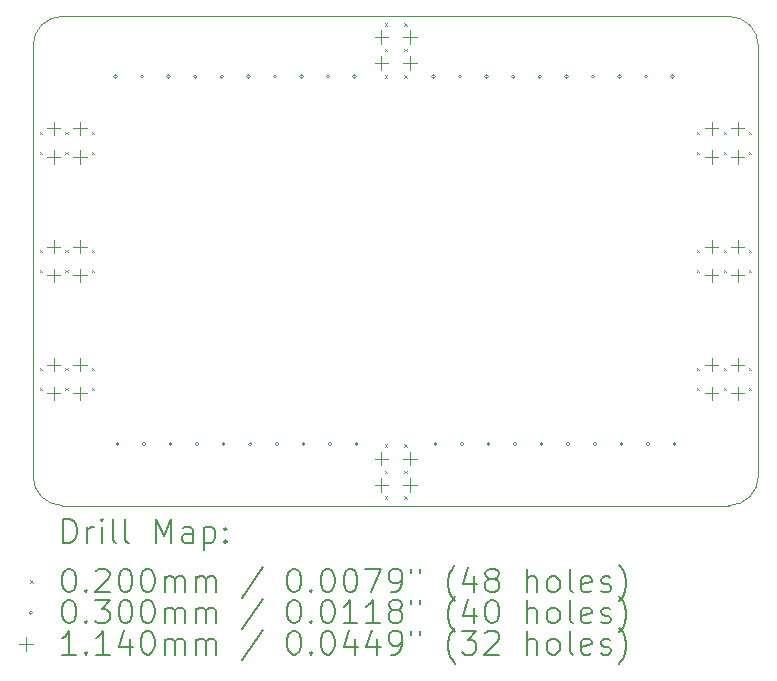
<source format=gbr>
%TF.GenerationSoftware,KiCad,Pcbnew,9.0.0-rc1*%
%TF.CreationDate,2025-01-29T12:40:25+01:00*%
%TF.ProjectId,Cinclidae,43696e63-6c69-4646-9165-2e6b69636164,rev?*%
%TF.SameCoordinates,PX8eb7a50PY5ee3fe0*%
%TF.FileFunction,Drillmap*%
%TF.FilePolarity,Positive*%
%FSLAX45Y45*%
G04 Gerber Fmt 4.5, Leading zero omitted, Abs format (unit mm)*
G04 Created by KiCad (PCBNEW 9.0.0-rc1) date 2025-01-29 12:40:25*
%MOMM*%
%LPD*%
G01*
G04 APERTURE LIST*
%ADD10C,0.050000*%
%ADD11C,0.200000*%
%ADD12C,0.100000*%
%ADD13C,0.114000*%
G04 APERTURE END LIST*
D10*
X3071000Y-1821000D02*
G75*
G02*
X2821000Y-2071000I-250000J0D01*
G01*
X-3071000Y1821000D02*
G75*
G02*
X-2821000Y2071000I250000J0D01*
G01*
X3071000Y-1821000D02*
X3071000Y1821000D01*
X2821000Y2071000D02*
G75*
G02*
X3071000Y1821000I0J-250000D01*
G01*
X2821000Y2071000D02*
X-2821000Y2071000D01*
X-2821000Y-2071000D02*
G75*
G02*
X-3071000Y-1821000I0J250000D01*
G01*
X-3071000Y1821000D02*
X-3071000Y-1821000D01*
X-2821000Y-2071000D02*
X2821000Y-2071000D01*
D11*
D12*
X-3011920Y1093820D02*
X-2991920Y1073820D01*
X-2991920Y1093820D02*
X-3011920Y1073820D01*
X-3011920Y926180D02*
X-2991920Y906180D01*
X-2991920Y926180D02*
X-3011920Y906180D01*
X-3011920Y93820D02*
X-2991920Y73820D01*
X-2991920Y93820D02*
X-3011920Y73820D01*
X-3011920Y-73820D02*
X-2991920Y-93820D01*
X-2991920Y-73820D02*
X-3011920Y-93820D01*
X-3011920Y-906180D02*
X-2991920Y-926180D01*
X-2991920Y-906180D02*
X-3011920Y-926180D01*
X-3011920Y-1073820D02*
X-2991920Y-1093820D01*
X-2991920Y-1073820D02*
X-3011920Y-1093820D01*
X-2796020Y1093820D02*
X-2776020Y1073820D01*
X-2776020Y1093820D02*
X-2796020Y1073820D01*
X-2796020Y926180D02*
X-2776020Y906180D01*
X-2776020Y926180D02*
X-2796020Y906180D01*
X-2796020Y93820D02*
X-2776020Y73820D01*
X-2776020Y93820D02*
X-2796020Y73820D01*
X-2796020Y-73820D02*
X-2776020Y-93820D01*
X-2776020Y-73820D02*
X-2796020Y-93820D01*
X-2796020Y-906180D02*
X-2776020Y-926180D01*
X-2776020Y-906180D02*
X-2796020Y-926180D01*
X-2796020Y-1073820D02*
X-2776020Y-1093820D01*
X-2776020Y-1073820D02*
X-2796020Y-1093820D01*
X-2572500Y1093820D02*
X-2552500Y1073820D01*
X-2552500Y1093820D02*
X-2572500Y1073820D01*
X-2572500Y926180D02*
X-2552500Y906180D01*
X-2552500Y926180D02*
X-2572500Y906180D01*
X-2572500Y93820D02*
X-2552500Y73820D01*
X-2552500Y93820D02*
X-2572500Y73820D01*
X-2572500Y-73820D02*
X-2552500Y-93820D01*
X-2552500Y-73820D02*
X-2572500Y-93820D01*
X-2572500Y-906180D02*
X-2552500Y-926180D01*
X-2552500Y-906180D02*
X-2572500Y-926180D01*
X-2572500Y-1073820D02*
X-2552500Y-1093820D01*
X-2552500Y-1073820D02*
X-2572500Y-1093820D01*
X-93820Y2011920D02*
X-73820Y1991920D01*
X-73820Y2011920D02*
X-93820Y1991920D01*
X-93820Y1796020D02*
X-73820Y1776020D01*
X-73820Y1796020D02*
X-93820Y1776020D01*
X-93820Y1572500D02*
X-73820Y1552500D01*
X-73820Y1572500D02*
X-93820Y1552500D01*
X-93820Y-1552500D02*
X-73820Y-1572500D01*
X-73820Y-1552500D02*
X-93820Y-1572500D01*
X-93820Y-1776020D02*
X-73820Y-1796020D01*
X-73820Y-1776020D02*
X-93820Y-1796020D01*
X-93820Y-1991920D02*
X-73820Y-2011920D01*
X-73820Y-1991920D02*
X-93820Y-2011920D01*
X73820Y2011920D02*
X93820Y1991920D01*
X93820Y2011920D02*
X73820Y1991920D01*
X73820Y1796020D02*
X93820Y1776020D01*
X93820Y1796020D02*
X73820Y1776020D01*
X73820Y1572500D02*
X93820Y1552500D01*
X93820Y1572500D02*
X73820Y1552500D01*
X73820Y-1552500D02*
X93820Y-1572500D01*
X93820Y-1552500D02*
X73820Y-1572500D01*
X73820Y-1776020D02*
X93820Y-1796020D01*
X93820Y-1776020D02*
X73820Y-1796020D01*
X73820Y-1991920D02*
X93820Y-2011920D01*
X93820Y-1991920D02*
X73820Y-2011920D01*
X2552500Y1093820D02*
X2572500Y1073820D01*
X2572500Y1093820D02*
X2552500Y1073820D01*
X2552500Y926180D02*
X2572500Y906180D01*
X2572500Y926180D02*
X2552500Y906180D01*
X2552500Y93820D02*
X2572500Y73820D01*
X2572500Y93820D02*
X2552500Y73820D01*
X2552500Y-73820D02*
X2572500Y-93820D01*
X2572500Y-73820D02*
X2552500Y-93820D01*
X2552500Y-906180D02*
X2572500Y-926180D01*
X2572500Y-906180D02*
X2552500Y-926180D01*
X2552500Y-1073820D02*
X2572500Y-1093820D01*
X2572500Y-1073820D02*
X2552500Y-1093820D01*
X2776020Y1093820D02*
X2796020Y1073820D01*
X2796020Y1093820D02*
X2776020Y1073820D01*
X2776020Y926180D02*
X2796020Y906180D01*
X2796020Y926180D02*
X2776020Y906180D01*
X2776020Y93820D02*
X2796020Y73820D01*
X2796020Y93820D02*
X2776020Y73820D01*
X2776020Y-73820D02*
X2796020Y-93820D01*
X2796020Y-73820D02*
X2776020Y-93820D01*
X2776020Y-906180D02*
X2796020Y-926180D01*
X2796020Y-906180D02*
X2776020Y-926180D01*
X2776020Y-1073820D02*
X2796020Y-1093820D01*
X2796020Y-1073820D02*
X2776020Y-1093820D01*
X2991920Y1093820D02*
X3011920Y1073820D01*
X3011920Y1093820D02*
X2991920Y1073820D01*
X2991920Y926180D02*
X3011920Y906180D01*
X3011920Y926180D02*
X2991920Y906180D01*
X2991920Y93820D02*
X3011920Y73820D01*
X3011920Y93820D02*
X2991920Y73820D01*
X2991920Y-73820D02*
X3011920Y-93820D01*
X3011920Y-73820D02*
X2991920Y-93820D01*
X2991920Y-906180D02*
X3011920Y-926180D01*
X3011920Y-906180D02*
X2991920Y-926180D01*
X2991920Y-1073820D02*
X3011920Y-1093820D01*
X3011920Y-1073820D02*
X2991920Y-1093820D01*
X-2357000Y1561000D02*
G75*
G02*
X-2387000Y1561000I-15000J0D01*
G01*
X-2387000Y1561000D02*
G75*
G02*
X-2357000Y1561000I15000J0D01*
G01*
X-2341000Y-1550000D02*
G75*
G02*
X-2371000Y-1550000I-15000J0D01*
G01*
X-2371000Y-1550000D02*
G75*
G02*
X-2341000Y-1550000I15000J0D01*
G01*
X-2132000Y1561000D02*
G75*
G02*
X-2162000Y1561000I-15000J0D01*
G01*
X-2162000Y1561000D02*
G75*
G02*
X-2132000Y1561000I15000J0D01*
G01*
X-2116000Y-1550000D02*
G75*
G02*
X-2146000Y-1550000I-15000J0D01*
G01*
X-2146000Y-1550000D02*
G75*
G02*
X-2116000Y-1550000I15000J0D01*
G01*
X-1907000Y1561000D02*
G75*
G02*
X-1937000Y1561000I-15000J0D01*
G01*
X-1937000Y1561000D02*
G75*
G02*
X-1907000Y1561000I15000J0D01*
G01*
X-1891000Y-1550000D02*
G75*
G02*
X-1921000Y-1550000I-15000J0D01*
G01*
X-1921000Y-1550000D02*
G75*
G02*
X-1891000Y-1550000I15000J0D01*
G01*
X-1682000Y1561000D02*
G75*
G02*
X-1712000Y1561000I-15000J0D01*
G01*
X-1712000Y1561000D02*
G75*
G02*
X-1682000Y1561000I15000J0D01*
G01*
X-1666000Y-1550000D02*
G75*
G02*
X-1696000Y-1550000I-15000J0D01*
G01*
X-1696000Y-1550000D02*
G75*
G02*
X-1666000Y-1550000I15000J0D01*
G01*
X-1457000Y1561000D02*
G75*
G02*
X-1487000Y1561000I-15000J0D01*
G01*
X-1487000Y1561000D02*
G75*
G02*
X-1457000Y1561000I15000J0D01*
G01*
X-1441000Y-1550000D02*
G75*
G02*
X-1471000Y-1550000I-15000J0D01*
G01*
X-1471000Y-1550000D02*
G75*
G02*
X-1441000Y-1550000I15000J0D01*
G01*
X-1232000Y1561000D02*
G75*
G02*
X-1262000Y1561000I-15000J0D01*
G01*
X-1262000Y1561000D02*
G75*
G02*
X-1232000Y1561000I15000J0D01*
G01*
X-1216000Y-1550000D02*
G75*
G02*
X-1246000Y-1550000I-15000J0D01*
G01*
X-1246000Y-1550000D02*
G75*
G02*
X-1216000Y-1550000I15000J0D01*
G01*
X-1007000Y1561000D02*
G75*
G02*
X-1037000Y1561000I-15000J0D01*
G01*
X-1037000Y1561000D02*
G75*
G02*
X-1007000Y1561000I15000J0D01*
G01*
X-991000Y-1550000D02*
G75*
G02*
X-1021000Y-1550000I-15000J0D01*
G01*
X-1021000Y-1550000D02*
G75*
G02*
X-991000Y-1550000I15000J0D01*
G01*
X-782000Y1561000D02*
G75*
G02*
X-812000Y1561000I-15000J0D01*
G01*
X-812000Y1561000D02*
G75*
G02*
X-782000Y1561000I15000J0D01*
G01*
X-766000Y-1550000D02*
G75*
G02*
X-796000Y-1550000I-15000J0D01*
G01*
X-796000Y-1550000D02*
G75*
G02*
X-766000Y-1550000I15000J0D01*
G01*
X-557000Y1561000D02*
G75*
G02*
X-587000Y1561000I-15000J0D01*
G01*
X-587000Y1561000D02*
G75*
G02*
X-557000Y1561000I15000J0D01*
G01*
X-541000Y-1550000D02*
G75*
G02*
X-571000Y-1550000I-15000J0D01*
G01*
X-571000Y-1550000D02*
G75*
G02*
X-541000Y-1550000I15000J0D01*
G01*
X-332000Y1561000D02*
G75*
G02*
X-362000Y1561000I-15000J0D01*
G01*
X-362000Y1561000D02*
G75*
G02*
X-332000Y1561000I15000J0D01*
G01*
X-316000Y-1550000D02*
G75*
G02*
X-346000Y-1550000I-15000J0D01*
G01*
X-346000Y-1550000D02*
G75*
G02*
X-316000Y-1550000I15000J0D01*
G01*
X335000Y1561000D02*
G75*
G02*
X305000Y1561000I-15000J0D01*
G01*
X305000Y1561000D02*
G75*
G02*
X335000Y1561000I15000J0D01*
G01*
X351000Y-1550000D02*
G75*
G02*
X321000Y-1550000I-15000J0D01*
G01*
X321000Y-1550000D02*
G75*
G02*
X351000Y-1550000I15000J0D01*
G01*
X560000Y1561000D02*
G75*
G02*
X530000Y1561000I-15000J0D01*
G01*
X530000Y1561000D02*
G75*
G02*
X560000Y1561000I15000J0D01*
G01*
X576000Y-1550000D02*
G75*
G02*
X546000Y-1550000I-15000J0D01*
G01*
X546000Y-1550000D02*
G75*
G02*
X576000Y-1550000I15000J0D01*
G01*
X785000Y1561000D02*
G75*
G02*
X755000Y1561000I-15000J0D01*
G01*
X755000Y1561000D02*
G75*
G02*
X785000Y1561000I15000J0D01*
G01*
X801000Y-1550000D02*
G75*
G02*
X771000Y-1550000I-15000J0D01*
G01*
X771000Y-1550000D02*
G75*
G02*
X801000Y-1550000I15000J0D01*
G01*
X1010000Y1561000D02*
G75*
G02*
X980000Y1561000I-15000J0D01*
G01*
X980000Y1561000D02*
G75*
G02*
X1010000Y1561000I15000J0D01*
G01*
X1026000Y-1550000D02*
G75*
G02*
X996000Y-1550000I-15000J0D01*
G01*
X996000Y-1550000D02*
G75*
G02*
X1026000Y-1550000I15000J0D01*
G01*
X1235000Y1561000D02*
G75*
G02*
X1205000Y1561000I-15000J0D01*
G01*
X1205000Y1561000D02*
G75*
G02*
X1235000Y1561000I15000J0D01*
G01*
X1251000Y-1550000D02*
G75*
G02*
X1221000Y-1550000I-15000J0D01*
G01*
X1221000Y-1550000D02*
G75*
G02*
X1251000Y-1550000I15000J0D01*
G01*
X1460000Y1561000D02*
G75*
G02*
X1430000Y1561000I-15000J0D01*
G01*
X1430000Y1561000D02*
G75*
G02*
X1460000Y1561000I15000J0D01*
G01*
X1476000Y-1550000D02*
G75*
G02*
X1446000Y-1550000I-15000J0D01*
G01*
X1446000Y-1550000D02*
G75*
G02*
X1476000Y-1550000I15000J0D01*
G01*
X1685000Y1561000D02*
G75*
G02*
X1655000Y1561000I-15000J0D01*
G01*
X1655000Y1561000D02*
G75*
G02*
X1685000Y1561000I15000J0D01*
G01*
X1701000Y-1550000D02*
G75*
G02*
X1671000Y-1550000I-15000J0D01*
G01*
X1671000Y-1550000D02*
G75*
G02*
X1701000Y-1550000I15000J0D01*
G01*
X1910000Y1561000D02*
G75*
G02*
X1880000Y1561000I-15000J0D01*
G01*
X1880000Y1561000D02*
G75*
G02*
X1910000Y1561000I15000J0D01*
G01*
X1926000Y-1550000D02*
G75*
G02*
X1896000Y-1550000I-15000J0D01*
G01*
X1896000Y-1550000D02*
G75*
G02*
X1926000Y-1550000I15000J0D01*
G01*
X2135000Y1561000D02*
G75*
G02*
X2105000Y1561000I-15000J0D01*
G01*
X2105000Y1561000D02*
G75*
G02*
X2135000Y1561000I15000J0D01*
G01*
X2151000Y-1550000D02*
G75*
G02*
X2121000Y-1550000I-15000J0D01*
G01*
X2121000Y-1550000D02*
G75*
G02*
X2151000Y-1550000I15000J0D01*
G01*
X2360000Y1561000D02*
G75*
G02*
X2330000Y1561000I-15000J0D01*
G01*
X2330000Y1561000D02*
G75*
G02*
X2360000Y1561000I15000J0D01*
G01*
X2376000Y-1550000D02*
G75*
G02*
X2346000Y-1550000I-15000J0D01*
G01*
X2346000Y-1550000D02*
G75*
G02*
X2376000Y-1550000I15000J0D01*
G01*
D13*
X-2895240Y1178920D02*
X-2895240Y1064920D01*
X-2952240Y1121920D02*
X-2838240Y1121920D01*
X-2895240Y935080D02*
X-2895240Y821080D01*
X-2952240Y878080D02*
X-2838240Y878080D01*
X-2895240Y178920D02*
X-2895240Y64920D01*
X-2952240Y121920D02*
X-2838240Y121920D01*
X-2895240Y-64920D02*
X-2895240Y-178920D01*
X-2952240Y-121920D02*
X-2838240Y-121920D01*
X-2895240Y-821080D02*
X-2895240Y-935080D01*
X-2952240Y-878080D02*
X-2838240Y-878080D01*
X-2895240Y-1064920D02*
X-2895240Y-1178920D01*
X-2952240Y-1121920D02*
X-2838240Y-1121920D01*
X-2674260Y1178920D02*
X-2674260Y1064920D01*
X-2731260Y1121920D02*
X-2617260Y1121920D01*
X-2674260Y935080D02*
X-2674260Y821080D01*
X-2731260Y878080D02*
X-2617260Y878080D01*
X-2674260Y178920D02*
X-2674260Y64920D01*
X-2731260Y121920D02*
X-2617260Y121920D01*
X-2674260Y-64920D02*
X-2674260Y-178920D01*
X-2731260Y-121920D02*
X-2617260Y-121920D01*
X-2674260Y-821080D02*
X-2674260Y-935080D01*
X-2731260Y-878080D02*
X-2617260Y-878080D01*
X-2674260Y-1064920D02*
X-2674260Y-1178920D01*
X-2731260Y-1121920D02*
X-2617260Y-1121920D01*
X-121920Y1952240D02*
X-121920Y1838240D01*
X-178920Y1895240D02*
X-64920Y1895240D01*
X-121920Y1731260D02*
X-121920Y1617260D01*
X-178920Y1674260D02*
X-64920Y1674260D01*
X-121920Y-1617260D02*
X-121920Y-1731260D01*
X-178920Y-1674260D02*
X-64920Y-1674260D01*
X-121920Y-1838240D02*
X-121920Y-1952240D01*
X-178920Y-1895240D02*
X-64920Y-1895240D01*
X121920Y1952240D02*
X121920Y1838240D01*
X64920Y1895240D02*
X178920Y1895240D01*
X121920Y1731260D02*
X121920Y1617260D01*
X64920Y1674260D02*
X178920Y1674260D01*
X121920Y-1617260D02*
X121920Y-1731260D01*
X64920Y-1674260D02*
X178920Y-1674260D01*
X121920Y-1838240D02*
X121920Y-1952240D01*
X64920Y-1895240D02*
X178920Y-1895240D01*
X2674260Y1178920D02*
X2674260Y1064920D01*
X2617260Y1121920D02*
X2731260Y1121920D01*
X2674260Y935080D02*
X2674260Y821080D01*
X2617260Y878080D02*
X2731260Y878080D01*
X2674260Y178920D02*
X2674260Y64920D01*
X2617260Y121920D02*
X2731260Y121920D01*
X2674260Y-64920D02*
X2674260Y-178920D01*
X2617260Y-121920D02*
X2731260Y-121920D01*
X2674260Y-821080D02*
X2674260Y-935080D01*
X2617260Y-878080D02*
X2731260Y-878080D01*
X2674260Y-1064920D02*
X2674260Y-1178920D01*
X2617260Y-1121920D02*
X2731260Y-1121920D01*
X2895240Y1178920D02*
X2895240Y1064920D01*
X2838240Y1121920D02*
X2952240Y1121920D01*
X2895240Y935080D02*
X2895240Y821080D01*
X2838240Y878080D02*
X2952240Y878080D01*
X2895240Y178920D02*
X2895240Y64920D01*
X2838240Y121920D02*
X2952240Y121920D01*
X2895240Y-64920D02*
X2895240Y-178920D01*
X2838240Y-121920D02*
X2952240Y-121920D01*
X2895240Y-821080D02*
X2895240Y-935080D01*
X2838240Y-878080D02*
X2952240Y-878080D01*
X2895240Y-1064920D02*
X2895240Y-1178920D01*
X2838240Y-1121920D02*
X2952240Y-1121920D01*
D11*
X-2812723Y-2384984D02*
X-2812723Y-2184984D01*
X-2812723Y-2184984D02*
X-2765104Y-2184984D01*
X-2765104Y-2184984D02*
X-2736533Y-2194508D01*
X-2736533Y-2194508D02*
X-2717485Y-2213555D01*
X-2717485Y-2213555D02*
X-2707961Y-2232603D01*
X-2707961Y-2232603D02*
X-2698438Y-2270698D01*
X-2698438Y-2270698D02*
X-2698438Y-2299270D01*
X-2698438Y-2299270D02*
X-2707961Y-2337365D01*
X-2707961Y-2337365D02*
X-2717485Y-2356412D01*
X-2717485Y-2356412D02*
X-2736533Y-2375460D01*
X-2736533Y-2375460D02*
X-2765104Y-2384984D01*
X-2765104Y-2384984D02*
X-2812723Y-2384984D01*
X-2612723Y-2384984D02*
X-2612723Y-2251650D01*
X-2612723Y-2289746D02*
X-2603199Y-2270698D01*
X-2603199Y-2270698D02*
X-2593676Y-2261174D01*
X-2593676Y-2261174D02*
X-2574628Y-2251650D01*
X-2574628Y-2251650D02*
X-2555580Y-2251650D01*
X-2488914Y-2384984D02*
X-2488914Y-2251650D01*
X-2488914Y-2184984D02*
X-2498438Y-2194508D01*
X-2498438Y-2194508D02*
X-2488914Y-2204031D01*
X-2488914Y-2204031D02*
X-2479390Y-2194508D01*
X-2479390Y-2194508D02*
X-2488914Y-2184984D01*
X-2488914Y-2184984D02*
X-2488914Y-2204031D01*
X-2365104Y-2384984D02*
X-2384152Y-2375460D01*
X-2384152Y-2375460D02*
X-2393676Y-2356412D01*
X-2393676Y-2356412D02*
X-2393676Y-2184984D01*
X-2260342Y-2384984D02*
X-2279390Y-2375460D01*
X-2279390Y-2375460D02*
X-2288914Y-2356412D01*
X-2288914Y-2356412D02*
X-2288914Y-2184984D01*
X-2031771Y-2384984D02*
X-2031771Y-2184984D01*
X-2031771Y-2184984D02*
X-1965104Y-2327841D01*
X-1965104Y-2327841D02*
X-1898437Y-2184984D01*
X-1898437Y-2184984D02*
X-1898437Y-2384984D01*
X-1717485Y-2384984D02*
X-1717485Y-2280222D01*
X-1717485Y-2280222D02*
X-1727009Y-2261174D01*
X-1727009Y-2261174D02*
X-1746056Y-2251650D01*
X-1746056Y-2251650D02*
X-1784152Y-2251650D01*
X-1784152Y-2251650D02*
X-1803199Y-2261174D01*
X-1717485Y-2375460D02*
X-1736533Y-2384984D01*
X-1736533Y-2384984D02*
X-1784152Y-2384984D01*
X-1784152Y-2384984D02*
X-1803199Y-2375460D01*
X-1803199Y-2375460D02*
X-1812723Y-2356412D01*
X-1812723Y-2356412D02*
X-1812723Y-2337365D01*
X-1812723Y-2337365D02*
X-1803199Y-2318317D01*
X-1803199Y-2318317D02*
X-1784152Y-2308793D01*
X-1784152Y-2308793D02*
X-1736533Y-2308793D01*
X-1736533Y-2308793D02*
X-1717485Y-2299270D01*
X-1622247Y-2251650D02*
X-1622247Y-2451650D01*
X-1622247Y-2261174D02*
X-1603199Y-2251650D01*
X-1603199Y-2251650D02*
X-1565104Y-2251650D01*
X-1565104Y-2251650D02*
X-1546056Y-2261174D01*
X-1546056Y-2261174D02*
X-1536533Y-2270698D01*
X-1536533Y-2270698D02*
X-1527009Y-2289746D01*
X-1527009Y-2289746D02*
X-1527009Y-2346889D01*
X-1527009Y-2346889D02*
X-1536533Y-2365936D01*
X-1536533Y-2365936D02*
X-1546056Y-2375460D01*
X-1546056Y-2375460D02*
X-1565104Y-2384984D01*
X-1565104Y-2384984D02*
X-1603199Y-2384984D01*
X-1603199Y-2384984D02*
X-1622247Y-2375460D01*
X-1441295Y-2365936D02*
X-1431771Y-2375460D01*
X-1431771Y-2375460D02*
X-1441295Y-2384984D01*
X-1441295Y-2384984D02*
X-1450818Y-2375460D01*
X-1450818Y-2375460D02*
X-1441295Y-2365936D01*
X-1441295Y-2365936D02*
X-1441295Y-2384984D01*
X-1441295Y-2261174D02*
X-1431771Y-2270698D01*
X-1431771Y-2270698D02*
X-1441295Y-2280222D01*
X-1441295Y-2280222D02*
X-1450818Y-2270698D01*
X-1450818Y-2270698D02*
X-1441295Y-2261174D01*
X-1441295Y-2261174D02*
X-1441295Y-2280222D01*
D12*
X-3093500Y-2703500D02*
X-3073500Y-2723500D01*
X-3073500Y-2703500D02*
X-3093500Y-2723500D01*
D11*
X-2774628Y-2604984D02*
X-2755580Y-2604984D01*
X-2755580Y-2604984D02*
X-2736533Y-2614508D01*
X-2736533Y-2614508D02*
X-2727009Y-2624031D01*
X-2727009Y-2624031D02*
X-2717485Y-2643079D01*
X-2717485Y-2643079D02*
X-2707961Y-2681174D01*
X-2707961Y-2681174D02*
X-2707961Y-2728793D01*
X-2707961Y-2728793D02*
X-2717485Y-2766889D01*
X-2717485Y-2766889D02*
X-2727009Y-2785936D01*
X-2727009Y-2785936D02*
X-2736533Y-2795460D01*
X-2736533Y-2795460D02*
X-2755580Y-2804984D01*
X-2755580Y-2804984D02*
X-2774628Y-2804984D01*
X-2774628Y-2804984D02*
X-2793676Y-2795460D01*
X-2793676Y-2795460D02*
X-2803199Y-2785936D01*
X-2803199Y-2785936D02*
X-2812723Y-2766889D01*
X-2812723Y-2766889D02*
X-2822247Y-2728793D01*
X-2822247Y-2728793D02*
X-2822247Y-2681174D01*
X-2822247Y-2681174D02*
X-2812723Y-2643079D01*
X-2812723Y-2643079D02*
X-2803199Y-2624031D01*
X-2803199Y-2624031D02*
X-2793676Y-2614508D01*
X-2793676Y-2614508D02*
X-2774628Y-2604984D01*
X-2622247Y-2785936D02*
X-2612723Y-2795460D01*
X-2612723Y-2795460D02*
X-2622247Y-2804984D01*
X-2622247Y-2804984D02*
X-2631771Y-2795460D01*
X-2631771Y-2795460D02*
X-2622247Y-2785936D01*
X-2622247Y-2785936D02*
X-2622247Y-2804984D01*
X-2536533Y-2624031D02*
X-2527009Y-2614508D01*
X-2527009Y-2614508D02*
X-2507961Y-2604984D01*
X-2507961Y-2604984D02*
X-2460342Y-2604984D01*
X-2460342Y-2604984D02*
X-2441295Y-2614508D01*
X-2441295Y-2614508D02*
X-2431771Y-2624031D01*
X-2431771Y-2624031D02*
X-2422247Y-2643079D01*
X-2422247Y-2643079D02*
X-2422247Y-2662127D01*
X-2422247Y-2662127D02*
X-2431771Y-2690698D01*
X-2431771Y-2690698D02*
X-2546057Y-2804984D01*
X-2546057Y-2804984D02*
X-2422247Y-2804984D01*
X-2298438Y-2604984D02*
X-2279390Y-2604984D01*
X-2279390Y-2604984D02*
X-2260342Y-2614508D01*
X-2260342Y-2614508D02*
X-2250818Y-2624031D01*
X-2250818Y-2624031D02*
X-2241295Y-2643079D01*
X-2241295Y-2643079D02*
X-2231771Y-2681174D01*
X-2231771Y-2681174D02*
X-2231771Y-2728793D01*
X-2231771Y-2728793D02*
X-2241295Y-2766889D01*
X-2241295Y-2766889D02*
X-2250818Y-2785936D01*
X-2250818Y-2785936D02*
X-2260342Y-2795460D01*
X-2260342Y-2795460D02*
X-2279390Y-2804984D01*
X-2279390Y-2804984D02*
X-2298438Y-2804984D01*
X-2298438Y-2804984D02*
X-2317485Y-2795460D01*
X-2317485Y-2795460D02*
X-2327009Y-2785936D01*
X-2327009Y-2785936D02*
X-2336533Y-2766889D01*
X-2336533Y-2766889D02*
X-2346057Y-2728793D01*
X-2346057Y-2728793D02*
X-2346057Y-2681174D01*
X-2346057Y-2681174D02*
X-2336533Y-2643079D01*
X-2336533Y-2643079D02*
X-2327009Y-2624031D01*
X-2327009Y-2624031D02*
X-2317485Y-2614508D01*
X-2317485Y-2614508D02*
X-2298438Y-2604984D01*
X-2107961Y-2604984D02*
X-2088914Y-2604984D01*
X-2088914Y-2604984D02*
X-2069866Y-2614508D01*
X-2069866Y-2614508D02*
X-2060342Y-2624031D01*
X-2060342Y-2624031D02*
X-2050818Y-2643079D01*
X-2050818Y-2643079D02*
X-2041295Y-2681174D01*
X-2041295Y-2681174D02*
X-2041295Y-2728793D01*
X-2041295Y-2728793D02*
X-2050818Y-2766889D01*
X-2050818Y-2766889D02*
X-2060342Y-2785936D01*
X-2060342Y-2785936D02*
X-2069866Y-2795460D01*
X-2069866Y-2795460D02*
X-2088914Y-2804984D01*
X-2088914Y-2804984D02*
X-2107961Y-2804984D01*
X-2107961Y-2804984D02*
X-2127009Y-2795460D01*
X-2127009Y-2795460D02*
X-2136533Y-2785936D01*
X-2136533Y-2785936D02*
X-2146057Y-2766889D01*
X-2146057Y-2766889D02*
X-2155580Y-2728793D01*
X-2155580Y-2728793D02*
X-2155580Y-2681174D01*
X-2155580Y-2681174D02*
X-2146057Y-2643079D01*
X-2146057Y-2643079D02*
X-2136533Y-2624031D01*
X-2136533Y-2624031D02*
X-2127009Y-2614508D01*
X-2127009Y-2614508D02*
X-2107961Y-2604984D01*
X-1955580Y-2804984D02*
X-1955580Y-2671650D01*
X-1955580Y-2690698D02*
X-1946056Y-2681174D01*
X-1946056Y-2681174D02*
X-1927009Y-2671650D01*
X-1927009Y-2671650D02*
X-1898437Y-2671650D01*
X-1898437Y-2671650D02*
X-1879390Y-2681174D01*
X-1879390Y-2681174D02*
X-1869866Y-2700222D01*
X-1869866Y-2700222D02*
X-1869866Y-2804984D01*
X-1869866Y-2700222D02*
X-1860342Y-2681174D01*
X-1860342Y-2681174D02*
X-1841295Y-2671650D01*
X-1841295Y-2671650D02*
X-1812723Y-2671650D01*
X-1812723Y-2671650D02*
X-1793675Y-2681174D01*
X-1793675Y-2681174D02*
X-1784152Y-2700222D01*
X-1784152Y-2700222D02*
X-1784152Y-2804984D01*
X-1688914Y-2804984D02*
X-1688914Y-2671650D01*
X-1688914Y-2690698D02*
X-1679390Y-2681174D01*
X-1679390Y-2681174D02*
X-1660342Y-2671650D01*
X-1660342Y-2671650D02*
X-1631771Y-2671650D01*
X-1631771Y-2671650D02*
X-1612723Y-2681174D01*
X-1612723Y-2681174D02*
X-1603199Y-2700222D01*
X-1603199Y-2700222D02*
X-1603199Y-2804984D01*
X-1603199Y-2700222D02*
X-1593675Y-2681174D01*
X-1593675Y-2681174D02*
X-1574628Y-2671650D01*
X-1574628Y-2671650D02*
X-1546056Y-2671650D01*
X-1546056Y-2671650D02*
X-1527009Y-2681174D01*
X-1527009Y-2681174D02*
X-1517485Y-2700222D01*
X-1517485Y-2700222D02*
X-1517485Y-2804984D01*
X-1127009Y-2595460D02*
X-1298437Y-2852603D01*
X-869866Y-2604984D02*
X-850818Y-2604984D01*
X-850818Y-2604984D02*
X-831771Y-2614508D01*
X-831771Y-2614508D02*
X-822247Y-2624031D01*
X-822247Y-2624031D02*
X-812723Y-2643079D01*
X-812723Y-2643079D02*
X-803199Y-2681174D01*
X-803199Y-2681174D02*
X-803199Y-2728793D01*
X-803199Y-2728793D02*
X-812723Y-2766889D01*
X-812723Y-2766889D02*
X-822247Y-2785936D01*
X-822247Y-2785936D02*
X-831771Y-2795460D01*
X-831771Y-2795460D02*
X-850818Y-2804984D01*
X-850818Y-2804984D02*
X-869866Y-2804984D01*
X-869866Y-2804984D02*
X-888913Y-2795460D01*
X-888913Y-2795460D02*
X-898437Y-2785936D01*
X-898437Y-2785936D02*
X-907961Y-2766889D01*
X-907961Y-2766889D02*
X-917485Y-2728793D01*
X-917485Y-2728793D02*
X-917485Y-2681174D01*
X-917485Y-2681174D02*
X-907961Y-2643079D01*
X-907961Y-2643079D02*
X-898437Y-2624031D01*
X-898437Y-2624031D02*
X-888913Y-2614508D01*
X-888913Y-2614508D02*
X-869866Y-2604984D01*
X-717485Y-2785936D02*
X-707961Y-2795460D01*
X-707961Y-2795460D02*
X-717485Y-2804984D01*
X-717485Y-2804984D02*
X-727009Y-2795460D01*
X-727009Y-2795460D02*
X-717485Y-2785936D01*
X-717485Y-2785936D02*
X-717485Y-2804984D01*
X-584152Y-2604984D02*
X-565104Y-2604984D01*
X-565104Y-2604984D02*
X-546056Y-2614508D01*
X-546056Y-2614508D02*
X-536533Y-2624031D01*
X-536533Y-2624031D02*
X-527009Y-2643079D01*
X-527009Y-2643079D02*
X-517485Y-2681174D01*
X-517485Y-2681174D02*
X-517485Y-2728793D01*
X-517485Y-2728793D02*
X-527009Y-2766889D01*
X-527009Y-2766889D02*
X-536533Y-2785936D01*
X-536533Y-2785936D02*
X-546056Y-2795460D01*
X-546056Y-2795460D02*
X-565104Y-2804984D01*
X-565104Y-2804984D02*
X-584152Y-2804984D01*
X-584152Y-2804984D02*
X-603199Y-2795460D01*
X-603199Y-2795460D02*
X-612723Y-2785936D01*
X-612723Y-2785936D02*
X-622247Y-2766889D01*
X-622247Y-2766889D02*
X-631771Y-2728793D01*
X-631771Y-2728793D02*
X-631771Y-2681174D01*
X-631771Y-2681174D02*
X-622247Y-2643079D01*
X-622247Y-2643079D02*
X-612723Y-2624031D01*
X-612723Y-2624031D02*
X-603199Y-2614508D01*
X-603199Y-2614508D02*
X-584152Y-2604984D01*
X-393675Y-2604984D02*
X-374628Y-2604984D01*
X-374628Y-2604984D02*
X-355580Y-2614508D01*
X-355580Y-2614508D02*
X-346056Y-2624031D01*
X-346056Y-2624031D02*
X-336533Y-2643079D01*
X-336533Y-2643079D02*
X-327009Y-2681174D01*
X-327009Y-2681174D02*
X-327009Y-2728793D01*
X-327009Y-2728793D02*
X-336533Y-2766889D01*
X-336533Y-2766889D02*
X-346056Y-2785936D01*
X-346056Y-2785936D02*
X-355580Y-2795460D01*
X-355580Y-2795460D02*
X-374628Y-2804984D01*
X-374628Y-2804984D02*
X-393675Y-2804984D01*
X-393675Y-2804984D02*
X-412723Y-2795460D01*
X-412723Y-2795460D02*
X-422247Y-2785936D01*
X-422247Y-2785936D02*
X-431771Y-2766889D01*
X-431771Y-2766889D02*
X-441294Y-2728793D01*
X-441294Y-2728793D02*
X-441294Y-2681174D01*
X-441294Y-2681174D02*
X-431771Y-2643079D01*
X-431771Y-2643079D02*
X-422247Y-2624031D01*
X-422247Y-2624031D02*
X-412723Y-2614508D01*
X-412723Y-2614508D02*
X-393675Y-2604984D01*
X-260342Y-2604984D02*
X-127009Y-2604984D01*
X-127009Y-2604984D02*
X-212723Y-2804984D01*
X-41294Y-2804984D02*
X-3199Y-2804984D01*
X-3199Y-2804984D02*
X15848Y-2795460D01*
X15848Y-2795460D02*
X25372Y-2785936D01*
X25372Y-2785936D02*
X44420Y-2757365D01*
X44420Y-2757365D02*
X53944Y-2719270D01*
X53944Y-2719270D02*
X53944Y-2643079D01*
X53944Y-2643079D02*
X44420Y-2624031D01*
X44420Y-2624031D02*
X34896Y-2614508D01*
X34896Y-2614508D02*
X15848Y-2604984D01*
X15848Y-2604984D02*
X-22247Y-2604984D01*
X-22247Y-2604984D02*
X-41294Y-2614508D01*
X-41294Y-2614508D02*
X-50818Y-2624031D01*
X-50818Y-2624031D02*
X-60342Y-2643079D01*
X-60342Y-2643079D02*
X-60342Y-2690698D01*
X-60342Y-2690698D02*
X-50818Y-2709746D01*
X-50818Y-2709746D02*
X-41294Y-2719270D01*
X-41294Y-2719270D02*
X-22247Y-2728793D01*
X-22247Y-2728793D02*
X15848Y-2728793D01*
X15848Y-2728793D02*
X34896Y-2719270D01*
X34896Y-2719270D02*
X44420Y-2709746D01*
X44420Y-2709746D02*
X53944Y-2690698D01*
X130134Y-2604984D02*
X130134Y-2643079D01*
X206325Y-2604984D02*
X206325Y-2643079D01*
X501563Y-2881174D02*
X492039Y-2871650D01*
X492039Y-2871650D02*
X472991Y-2843079D01*
X472991Y-2843079D02*
X463468Y-2824031D01*
X463468Y-2824031D02*
X453944Y-2795460D01*
X453944Y-2795460D02*
X444420Y-2747841D01*
X444420Y-2747841D02*
X444420Y-2709746D01*
X444420Y-2709746D02*
X453944Y-2662127D01*
X453944Y-2662127D02*
X463468Y-2633555D01*
X463468Y-2633555D02*
X472991Y-2614508D01*
X472991Y-2614508D02*
X492039Y-2585936D01*
X492039Y-2585936D02*
X501563Y-2576412D01*
X663468Y-2671650D02*
X663468Y-2804984D01*
X615849Y-2595460D02*
X568230Y-2738317D01*
X568230Y-2738317D02*
X692039Y-2738317D01*
X796801Y-2690698D02*
X777753Y-2681174D01*
X777753Y-2681174D02*
X768229Y-2671650D01*
X768229Y-2671650D02*
X758706Y-2652603D01*
X758706Y-2652603D02*
X758706Y-2643079D01*
X758706Y-2643079D02*
X768229Y-2624031D01*
X768229Y-2624031D02*
X777753Y-2614508D01*
X777753Y-2614508D02*
X796801Y-2604984D01*
X796801Y-2604984D02*
X834896Y-2604984D01*
X834896Y-2604984D02*
X853944Y-2614508D01*
X853944Y-2614508D02*
X863468Y-2624031D01*
X863468Y-2624031D02*
X872991Y-2643079D01*
X872991Y-2643079D02*
X872991Y-2652603D01*
X872991Y-2652603D02*
X863468Y-2671650D01*
X863468Y-2671650D02*
X853944Y-2681174D01*
X853944Y-2681174D02*
X834896Y-2690698D01*
X834896Y-2690698D02*
X796801Y-2690698D01*
X796801Y-2690698D02*
X777753Y-2700222D01*
X777753Y-2700222D02*
X768229Y-2709746D01*
X768229Y-2709746D02*
X758706Y-2728793D01*
X758706Y-2728793D02*
X758706Y-2766889D01*
X758706Y-2766889D02*
X768229Y-2785936D01*
X768229Y-2785936D02*
X777753Y-2795460D01*
X777753Y-2795460D02*
X796801Y-2804984D01*
X796801Y-2804984D02*
X834896Y-2804984D01*
X834896Y-2804984D02*
X853944Y-2795460D01*
X853944Y-2795460D02*
X863468Y-2785936D01*
X863468Y-2785936D02*
X872991Y-2766889D01*
X872991Y-2766889D02*
X872991Y-2728793D01*
X872991Y-2728793D02*
X863468Y-2709746D01*
X863468Y-2709746D02*
X853944Y-2700222D01*
X853944Y-2700222D02*
X834896Y-2690698D01*
X1111087Y-2804984D02*
X1111087Y-2604984D01*
X1196801Y-2804984D02*
X1196801Y-2700222D01*
X1196801Y-2700222D02*
X1187277Y-2681174D01*
X1187277Y-2681174D02*
X1168230Y-2671650D01*
X1168230Y-2671650D02*
X1139658Y-2671650D01*
X1139658Y-2671650D02*
X1120611Y-2681174D01*
X1120611Y-2681174D02*
X1111087Y-2690698D01*
X1320611Y-2804984D02*
X1301563Y-2795460D01*
X1301563Y-2795460D02*
X1292039Y-2785936D01*
X1292039Y-2785936D02*
X1282515Y-2766889D01*
X1282515Y-2766889D02*
X1282515Y-2709746D01*
X1282515Y-2709746D02*
X1292039Y-2690698D01*
X1292039Y-2690698D02*
X1301563Y-2681174D01*
X1301563Y-2681174D02*
X1320611Y-2671650D01*
X1320611Y-2671650D02*
X1349182Y-2671650D01*
X1349182Y-2671650D02*
X1368230Y-2681174D01*
X1368230Y-2681174D02*
X1377753Y-2690698D01*
X1377753Y-2690698D02*
X1387277Y-2709746D01*
X1387277Y-2709746D02*
X1387277Y-2766889D01*
X1387277Y-2766889D02*
X1377753Y-2785936D01*
X1377753Y-2785936D02*
X1368230Y-2795460D01*
X1368230Y-2795460D02*
X1349182Y-2804984D01*
X1349182Y-2804984D02*
X1320611Y-2804984D01*
X1501563Y-2804984D02*
X1482515Y-2795460D01*
X1482515Y-2795460D02*
X1472991Y-2776412D01*
X1472991Y-2776412D02*
X1472991Y-2604984D01*
X1653944Y-2795460D02*
X1634896Y-2804984D01*
X1634896Y-2804984D02*
X1596801Y-2804984D01*
X1596801Y-2804984D02*
X1577753Y-2795460D01*
X1577753Y-2795460D02*
X1568230Y-2776412D01*
X1568230Y-2776412D02*
X1568230Y-2700222D01*
X1568230Y-2700222D02*
X1577753Y-2681174D01*
X1577753Y-2681174D02*
X1596801Y-2671650D01*
X1596801Y-2671650D02*
X1634896Y-2671650D01*
X1634896Y-2671650D02*
X1653944Y-2681174D01*
X1653944Y-2681174D02*
X1663468Y-2700222D01*
X1663468Y-2700222D02*
X1663468Y-2719270D01*
X1663468Y-2719270D02*
X1568230Y-2738317D01*
X1739658Y-2795460D02*
X1758706Y-2804984D01*
X1758706Y-2804984D02*
X1796801Y-2804984D01*
X1796801Y-2804984D02*
X1815849Y-2795460D01*
X1815849Y-2795460D02*
X1825372Y-2776412D01*
X1825372Y-2776412D02*
X1825372Y-2766889D01*
X1825372Y-2766889D02*
X1815849Y-2747841D01*
X1815849Y-2747841D02*
X1796801Y-2738317D01*
X1796801Y-2738317D02*
X1768230Y-2738317D01*
X1768230Y-2738317D02*
X1749182Y-2728793D01*
X1749182Y-2728793D02*
X1739658Y-2709746D01*
X1739658Y-2709746D02*
X1739658Y-2700222D01*
X1739658Y-2700222D02*
X1749182Y-2681174D01*
X1749182Y-2681174D02*
X1768230Y-2671650D01*
X1768230Y-2671650D02*
X1796801Y-2671650D01*
X1796801Y-2671650D02*
X1815849Y-2681174D01*
X1892039Y-2881174D02*
X1901563Y-2871650D01*
X1901563Y-2871650D02*
X1920611Y-2843079D01*
X1920611Y-2843079D02*
X1930134Y-2824031D01*
X1930134Y-2824031D02*
X1939658Y-2795460D01*
X1939658Y-2795460D02*
X1949182Y-2747841D01*
X1949182Y-2747841D02*
X1949182Y-2709746D01*
X1949182Y-2709746D02*
X1939658Y-2662127D01*
X1939658Y-2662127D02*
X1930134Y-2633555D01*
X1930134Y-2633555D02*
X1920611Y-2614508D01*
X1920611Y-2614508D02*
X1901563Y-2585936D01*
X1901563Y-2585936D02*
X1892039Y-2576412D01*
D12*
X-3073500Y-2977500D02*
G75*
G02*
X-3103500Y-2977500I-15000J0D01*
G01*
X-3103500Y-2977500D02*
G75*
G02*
X-3073500Y-2977500I15000J0D01*
G01*
D11*
X-2774628Y-2868984D02*
X-2755580Y-2868984D01*
X-2755580Y-2868984D02*
X-2736533Y-2878508D01*
X-2736533Y-2878508D02*
X-2727009Y-2888031D01*
X-2727009Y-2888031D02*
X-2717485Y-2907079D01*
X-2717485Y-2907079D02*
X-2707961Y-2945174D01*
X-2707961Y-2945174D02*
X-2707961Y-2992793D01*
X-2707961Y-2992793D02*
X-2717485Y-3030888D01*
X-2717485Y-3030888D02*
X-2727009Y-3049936D01*
X-2727009Y-3049936D02*
X-2736533Y-3059460D01*
X-2736533Y-3059460D02*
X-2755580Y-3068984D01*
X-2755580Y-3068984D02*
X-2774628Y-3068984D01*
X-2774628Y-3068984D02*
X-2793676Y-3059460D01*
X-2793676Y-3059460D02*
X-2803199Y-3049936D01*
X-2803199Y-3049936D02*
X-2812723Y-3030888D01*
X-2812723Y-3030888D02*
X-2822247Y-2992793D01*
X-2822247Y-2992793D02*
X-2822247Y-2945174D01*
X-2822247Y-2945174D02*
X-2812723Y-2907079D01*
X-2812723Y-2907079D02*
X-2803199Y-2888031D01*
X-2803199Y-2888031D02*
X-2793676Y-2878508D01*
X-2793676Y-2878508D02*
X-2774628Y-2868984D01*
X-2622247Y-3049936D02*
X-2612723Y-3059460D01*
X-2612723Y-3059460D02*
X-2622247Y-3068984D01*
X-2622247Y-3068984D02*
X-2631771Y-3059460D01*
X-2631771Y-3059460D02*
X-2622247Y-3049936D01*
X-2622247Y-3049936D02*
X-2622247Y-3068984D01*
X-2546057Y-2868984D02*
X-2422247Y-2868984D01*
X-2422247Y-2868984D02*
X-2488914Y-2945174D01*
X-2488914Y-2945174D02*
X-2460342Y-2945174D01*
X-2460342Y-2945174D02*
X-2441295Y-2954698D01*
X-2441295Y-2954698D02*
X-2431771Y-2964222D01*
X-2431771Y-2964222D02*
X-2422247Y-2983269D01*
X-2422247Y-2983269D02*
X-2422247Y-3030888D01*
X-2422247Y-3030888D02*
X-2431771Y-3049936D01*
X-2431771Y-3049936D02*
X-2441295Y-3059460D01*
X-2441295Y-3059460D02*
X-2460342Y-3068984D01*
X-2460342Y-3068984D02*
X-2517485Y-3068984D01*
X-2517485Y-3068984D02*
X-2536533Y-3059460D01*
X-2536533Y-3059460D02*
X-2546057Y-3049936D01*
X-2298438Y-2868984D02*
X-2279390Y-2868984D01*
X-2279390Y-2868984D02*
X-2260342Y-2878508D01*
X-2260342Y-2878508D02*
X-2250818Y-2888031D01*
X-2250818Y-2888031D02*
X-2241295Y-2907079D01*
X-2241295Y-2907079D02*
X-2231771Y-2945174D01*
X-2231771Y-2945174D02*
X-2231771Y-2992793D01*
X-2231771Y-2992793D02*
X-2241295Y-3030888D01*
X-2241295Y-3030888D02*
X-2250818Y-3049936D01*
X-2250818Y-3049936D02*
X-2260342Y-3059460D01*
X-2260342Y-3059460D02*
X-2279390Y-3068984D01*
X-2279390Y-3068984D02*
X-2298438Y-3068984D01*
X-2298438Y-3068984D02*
X-2317485Y-3059460D01*
X-2317485Y-3059460D02*
X-2327009Y-3049936D01*
X-2327009Y-3049936D02*
X-2336533Y-3030888D01*
X-2336533Y-3030888D02*
X-2346057Y-2992793D01*
X-2346057Y-2992793D02*
X-2346057Y-2945174D01*
X-2346057Y-2945174D02*
X-2336533Y-2907079D01*
X-2336533Y-2907079D02*
X-2327009Y-2888031D01*
X-2327009Y-2888031D02*
X-2317485Y-2878508D01*
X-2317485Y-2878508D02*
X-2298438Y-2868984D01*
X-2107961Y-2868984D02*
X-2088914Y-2868984D01*
X-2088914Y-2868984D02*
X-2069866Y-2878508D01*
X-2069866Y-2878508D02*
X-2060342Y-2888031D01*
X-2060342Y-2888031D02*
X-2050818Y-2907079D01*
X-2050818Y-2907079D02*
X-2041295Y-2945174D01*
X-2041295Y-2945174D02*
X-2041295Y-2992793D01*
X-2041295Y-2992793D02*
X-2050818Y-3030888D01*
X-2050818Y-3030888D02*
X-2060342Y-3049936D01*
X-2060342Y-3049936D02*
X-2069866Y-3059460D01*
X-2069866Y-3059460D02*
X-2088914Y-3068984D01*
X-2088914Y-3068984D02*
X-2107961Y-3068984D01*
X-2107961Y-3068984D02*
X-2127009Y-3059460D01*
X-2127009Y-3059460D02*
X-2136533Y-3049936D01*
X-2136533Y-3049936D02*
X-2146057Y-3030888D01*
X-2146057Y-3030888D02*
X-2155580Y-2992793D01*
X-2155580Y-2992793D02*
X-2155580Y-2945174D01*
X-2155580Y-2945174D02*
X-2146057Y-2907079D01*
X-2146057Y-2907079D02*
X-2136533Y-2888031D01*
X-2136533Y-2888031D02*
X-2127009Y-2878508D01*
X-2127009Y-2878508D02*
X-2107961Y-2868984D01*
X-1955580Y-3068984D02*
X-1955580Y-2935650D01*
X-1955580Y-2954698D02*
X-1946056Y-2945174D01*
X-1946056Y-2945174D02*
X-1927009Y-2935650D01*
X-1927009Y-2935650D02*
X-1898437Y-2935650D01*
X-1898437Y-2935650D02*
X-1879390Y-2945174D01*
X-1879390Y-2945174D02*
X-1869866Y-2964222D01*
X-1869866Y-2964222D02*
X-1869866Y-3068984D01*
X-1869866Y-2964222D02*
X-1860342Y-2945174D01*
X-1860342Y-2945174D02*
X-1841295Y-2935650D01*
X-1841295Y-2935650D02*
X-1812723Y-2935650D01*
X-1812723Y-2935650D02*
X-1793675Y-2945174D01*
X-1793675Y-2945174D02*
X-1784152Y-2964222D01*
X-1784152Y-2964222D02*
X-1784152Y-3068984D01*
X-1688914Y-3068984D02*
X-1688914Y-2935650D01*
X-1688914Y-2954698D02*
X-1679390Y-2945174D01*
X-1679390Y-2945174D02*
X-1660342Y-2935650D01*
X-1660342Y-2935650D02*
X-1631771Y-2935650D01*
X-1631771Y-2935650D02*
X-1612723Y-2945174D01*
X-1612723Y-2945174D02*
X-1603199Y-2964222D01*
X-1603199Y-2964222D02*
X-1603199Y-3068984D01*
X-1603199Y-2964222D02*
X-1593675Y-2945174D01*
X-1593675Y-2945174D02*
X-1574628Y-2935650D01*
X-1574628Y-2935650D02*
X-1546056Y-2935650D01*
X-1546056Y-2935650D02*
X-1527009Y-2945174D01*
X-1527009Y-2945174D02*
X-1517485Y-2964222D01*
X-1517485Y-2964222D02*
X-1517485Y-3068984D01*
X-1127009Y-2859460D02*
X-1298437Y-3116603D01*
X-869866Y-2868984D02*
X-850818Y-2868984D01*
X-850818Y-2868984D02*
X-831771Y-2878508D01*
X-831771Y-2878508D02*
X-822247Y-2888031D01*
X-822247Y-2888031D02*
X-812723Y-2907079D01*
X-812723Y-2907079D02*
X-803199Y-2945174D01*
X-803199Y-2945174D02*
X-803199Y-2992793D01*
X-803199Y-2992793D02*
X-812723Y-3030888D01*
X-812723Y-3030888D02*
X-822247Y-3049936D01*
X-822247Y-3049936D02*
X-831771Y-3059460D01*
X-831771Y-3059460D02*
X-850818Y-3068984D01*
X-850818Y-3068984D02*
X-869866Y-3068984D01*
X-869866Y-3068984D02*
X-888913Y-3059460D01*
X-888913Y-3059460D02*
X-898437Y-3049936D01*
X-898437Y-3049936D02*
X-907961Y-3030888D01*
X-907961Y-3030888D02*
X-917485Y-2992793D01*
X-917485Y-2992793D02*
X-917485Y-2945174D01*
X-917485Y-2945174D02*
X-907961Y-2907079D01*
X-907961Y-2907079D02*
X-898437Y-2888031D01*
X-898437Y-2888031D02*
X-888913Y-2878508D01*
X-888913Y-2878508D02*
X-869866Y-2868984D01*
X-717485Y-3049936D02*
X-707961Y-3059460D01*
X-707961Y-3059460D02*
X-717485Y-3068984D01*
X-717485Y-3068984D02*
X-727009Y-3059460D01*
X-727009Y-3059460D02*
X-717485Y-3049936D01*
X-717485Y-3049936D02*
X-717485Y-3068984D01*
X-584152Y-2868984D02*
X-565104Y-2868984D01*
X-565104Y-2868984D02*
X-546056Y-2878508D01*
X-546056Y-2878508D02*
X-536533Y-2888031D01*
X-536533Y-2888031D02*
X-527009Y-2907079D01*
X-527009Y-2907079D02*
X-517485Y-2945174D01*
X-517485Y-2945174D02*
X-517485Y-2992793D01*
X-517485Y-2992793D02*
X-527009Y-3030888D01*
X-527009Y-3030888D02*
X-536533Y-3049936D01*
X-536533Y-3049936D02*
X-546056Y-3059460D01*
X-546056Y-3059460D02*
X-565104Y-3068984D01*
X-565104Y-3068984D02*
X-584152Y-3068984D01*
X-584152Y-3068984D02*
X-603199Y-3059460D01*
X-603199Y-3059460D02*
X-612723Y-3049936D01*
X-612723Y-3049936D02*
X-622247Y-3030888D01*
X-622247Y-3030888D02*
X-631771Y-2992793D01*
X-631771Y-2992793D02*
X-631771Y-2945174D01*
X-631771Y-2945174D02*
X-622247Y-2907079D01*
X-622247Y-2907079D02*
X-612723Y-2888031D01*
X-612723Y-2888031D02*
X-603199Y-2878508D01*
X-603199Y-2878508D02*
X-584152Y-2868984D01*
X-327009Y-3068984D02*
X-441294Y-3068984D01*
X-384152Y-3068984D02*
X-384152Y-2868984D01*
X-384152Y-2868984D02*
X-403199Y-2897555D01*
X-403199Y-2897555D02*
X-422247Y-2916603D01*
X-422247Y-2916603D02*
X-441294Y-2926127D01*
X-136533Y-3068984D02*
X-250818Y-3068984D01*
X-193675Y-3068984D02*
X-193675Y-2868984D01*
X-193675Y-2868984D02*
X-212723Y-2897555D01*
X-212723Y-2897555D02*
X-231771Y-2916603D01*
X-231771Y-2916603D02*
X-250818Y-2926127D01*
X-22247Y-2954698D02*
X-41294Y-2945174D01*
X-41294Y-2945174D02*
X-50818Y-2935650D01*
X-50818Y-2935650D02*
X-60342Y-2916603D01*
X-60342Y-2916603D02*
X-60342Y-2907079D01*
X-60342Y-2907079D02*
X-50818Y-2888031D01*
X-50818Y-2888031D02*
X-41294Y-2878508D01*
X-41294Y-2878508D02*
X-22247Y-2868984D01*
X-22247Y-2868984D02*
X15848Y-2868984D01*
X15848Y-2868984D02*
X34896Y-2878508D01*
X34896Y-2878508D02*
X44420Y-2888031D01*
X44420Y-2888031D02*
X53944Y-2907079D01*
X53944Y-2907079D02*
X53944Y-2916603D01*
X53944Y-2916603D02*
X44420Y-2935650D01*
X44420Y-2935650D02*
X34896Y-2945174D01*
X34896Y-2945174D02*
X15848Y-2954698D01*
X15848Y-2954698D02*
X-22247Y-2954698D01*
X-22247Y-2954698D02*
X-41294Y-2964222D01*
X-41294Y-2964222D02*
X-50818Y-2973746D01*
X-50818Y-2973746D02*
X-60342Y-2992793D01*
X-60342Y-2992793D02*
X-60342Y-3030888D01*
X-60342Y-3030888D02*
X-50818Y-3049936D01*
X-50818Y-3049936D02*
X-41294Y-3059460D01*
X-41294Y-3059460D02*
X-22247Y-3068984D01*
X-22247Y-3068984D02*
X15848Y-3068984D01*
X15848Y-3068984D02*
X34896Y-3059460D01*
X34896Y-3059460D02*
X44420Y-3049936D01*
X44420Y-3049936D02*
X53944Y-3030888D01*
X53944Y-3030888D02*
X53944Y-2992793D01*
X53944Y-2992793D02*
X44420Y-2973746D01*
X44420Y-2973746D02*
X34896Y-2964222D01*
X34896Y-2964222D02*
X15848Y-2954698D01*
X130134Y-2868984D02*
X130134Y-2907079D01*
X206325Y-2868984D02*
X206325Y-2907079D01*
X501563Y-3145174D02*
X492039Y-3135650D01*
X492039Y-3135650D02*
X472991Y-3107079D01*
X472991Y-3107079D02*
X463468Y-3088031D01*
X463468Y-3088031D02*
X453944Y-3059460D01*
X453944Y-3059460D02*
X444420Y-3011841D01*
X444420Y-3011841D02*
X444420Y-2973746D01*
X444420Y-2973746D02*
X453944Y-2926127D01*
X453944Y-2926127D02*
X463468Y-2897555D01*
X463468Y-2897555D02*
X472991Y-2878508D01*
X472991Y-2878508D02*
X492039Y-2849936D01*
X492039Y-2849936D02*
X501563Y-2840412D01*
X663468Y-2935650D02*
X663468Y-3068984D01*
X615849Y-2859460D02*
X568230Y-3002317D01*
X568230Y-3002317D02*
X692039Y-3002317D01*
X806325Y-2868984D02*
X825372Y-2868984D01*
X825372Y-2868984D02*
X844420Y-2878508D01*
X844420Y-2878508D02*
X853944Y-2888031D01*
X853944Y-2888031D02*
X863468Y-2907079D01*
X863468Y-2907079D02*
X872991Y-2945174D01*
X872991Y-2945174D02*
X872991Y-2992793D01*
X872991Y-2992793D02*
X863468Y-3030888D01*
X863468Y-3030888D02*
X853944Y-3049936D01*
X853944Y-3049936D02*
X844420Y-3059460D01*
X844420Y-3059460D02*
X825372Y-3068984D01*
X825372Y-3068984D02*
X806325Y-3068984D01*
X806325Y-3068984D02*
X787277Y-3059460D01*
X787277Y-3059460D02*
X777753Y-3049936D01*
X777753Y-3049936D02*
X768229Y-3030888D01*
X768229Y-3030888D02*
X758706Y-2992793D01*
X758706Y-2992793D02*
X758706Y-2945174D01*
X758706Y-2945174D02*
X768229Y-2907079D01*
X768229Y-2907079D02*
X777753Y-2888031D01*
X777753Y-2888031D02*
X787277Y-2878508D01*
X787277Y-2878508D02*
X806325Y-2868984D01*
X1111087Y-3068984D02*
X1111087Y-2868984D01*
X1196801Y-3068984D02*
X1196801Y-2964222D01*
X1196801Y-2964222D02*
X1187277Y-2945174D01*
X1187277Y-2945174D02*
X1168230Y-2935650D01*
X1168230Y-2935650D02*
X1139658Y-2935650D01*
X1139658Y-2935650D02*
X1120611Y-2945174D01*
X1120611Y-2945174D02*
X1111087Y-2954698D01*
X1320611Y-3068984D02*
X1301563Y-3059460D01*
X1301563Y-3059460D02*
X1292039Y-3049936D01*
X1292039Y-3049936D02*
X1282515Y-3030888D01*
X1282515Y-3030888D02*
X1282515Y-2973746D01*
X1282515Y-2973746D02*
X1292039Y-2954698D01*
X1292039Y-2954698D02*
X1301563Y-2945174D01*
X1301563Y-2945174D02*
X1320611Y-2935650D01*
X1320611Y-2935650D02*
X1349182Y-2935650D01*
X1349182Y-2935650D02*
X1368230Y-2945174D01*
X1368230Y-2945174D02*
X1377753Y-2954698D01*
X1377753Y-2954698D02*
X1387277Y-2973746D01*
X1387277Y-2973746D02*
X1387277Y-3030888D01*
X1387277Y-3030888D02*
X1377753Y-3049936D01*
X1377753Y-3049936D02*
X1368230Y-3059460D01*
X1368230Y-3059460D02*
X1349182Y-3068984D01*
X1349182Y-3068984D02*
X1320611Y-3068984D01*
X1501563Y-3068984D02*
X1482515Y-3059460D01*
X1482515Y-3059460D02*
X1472991Y-3040412D01*
X1472991Y-3040412D02*
X1472991Y-2868984D01*
X1653944Y-3059460D02*
X1634896Y-3068984D01*
X1634896Y-3068984D02*
X1596801Y-3068984D01*
X1596801Y-3068984D02*
X1577753Y-3059460D01*
X1577753Y-3059460D02*
X1568230Y-3040412D01*
X1568230Y-3040412D02*
X1568230Y-2964222D01*
X1568230Y-2964222D02*
X1577753Y-2945174D01*
X1577753Y-2945174D02*
X1596801Y-2935650D01*
X1596801Y-2935650D02*
X1634896Y-2935650D01*
X1634896Y-2935650D02*
X1653944Y-2945174D01*
X1653944Y-2945174D02*
X1663468Y-2964222D01*
X1663468Y-2964222D02*
X1663468Y-2983269D01*
X1663468Y-2983269D02*
X1568230Y-3002317D01*
X1739658Y-3059460D02*
X1758706Y-3068984D01*
X1758706Y-3068984D02*
X1796801Y-3068984D01*
X1796801Y-3068984D02*
X1815849Y-3059460D01*
X1815849Y-3059460D02*
X1825372Y-3040412D01*
X1825372Y-3040412D02*
X1825372Y-3030888D01*
X1825372Y-3030888D02*
X1815849Y-3011841D01*
X1815849Y-3011841D02*
X1796801Y-3002317D01*
X1796801Y-3002317D02*
X1768230Y-3002317D01*
X1768230Y-3002317D02*
X1749182Y-2992793D01*
X1749182Y-2992793D02*
X1739658Y-2973746D01*
X1739658Y-2973746D02*
X1739658Y-2964222D01*
X1739658Y-2964222D02*
X1749182Y-2945174D01*
X1749182Y-2945174D02*
X1768230Y-2935650D01*
X1768230Y-2935650D02*
X1796801Y-2935650D01*
X1796801Y-2935650D02*
X1815849Y-2945174D01*
X1892039Y-3145174D02*
X1901563Y-3135650D01*
X1901563Y-3135650D02*
X1920611Y-3107079D01*
X1920611Y-3107079D02*
X1930134Y-3088031D01*
X1930134Y-3088031D02*
X1939658Y-3059460D01*
X1939658Y-3059460D02*
X1949182Y-3011841D01*
X1949182Y-3011841D02*
X1949182Y-2973746D01*
X1949182Y-2973746D02*
X1939658Y-2926127D01*
X1939658Y-2926127D02*
X1930134Y-2897555D01*
X1930134Y-2897555D02*
X1920611Y-2878508D01*
X1920611Y-2878508D02*
X1901563Y-2849936D01*
X1901563Y-2849936D02*
X1892039Y-2840412D01*
D13*
X-3130500Y-3184500D02*
X-3130500Y-3298500D01*
X-3187500Y-3241500D02*
X-3073500Y-3241500D01*
D11*
X-2707961Y-3332984D02*
X-2822247Y-3332984D01*
X-2765104Y-3332984D02*
X-2765104Y-3132984D01*
X-2765104Y-3132984D02*
X-2784152Y-3161555D01*
X-2784152Y-3161555D02*
X-2803199Y-3180603D01*
X-2803199Y-3180603D02*
X-2822247Y-3190127D01*
X-2622247Y-3313936D02*
X-2612723Y-3323460D01*
X-2612723Y-3323460D02*
X-2622247Y-3332984D01*
X-2622247Y-3332984D02*
X-2631771Y-3323460D01*
X-2631771Y-3323460D02*
X-2622247Y-3313936D01*
X-2622247Y-3313936D02*
X-2622247Y-3332984D01*
X-2422247Y-3332984D02*
X-2536533Y-3332984D01*
X-2479390Y-3332984D02*
X-2479390Y-3132984D01*
X-2479390Y-3132984D02*
X-2498438Y-3161555D01*
X-2498438Y-3161555D02*
X-2517485Y-3180603D01*
X-2517485Y-3180603D02*
X-2536533Y-3190127D01*
X-2250818Y-3199650D02*
X-2250818Y-3332984D01*
X-2298438Y-3123460D02*
X-2346057Y-3266317D01*
X-2346057Y-3266317D02*
X-2222247Y-3266317D01*
X-2107961Y-3132984D02*
X-2088914Y-3132984D01*
X-2088914Y-3132984D02*
X-2069866Y-3142508D01*
X-2069866Y-3142508D02*
X-2060342Y-3152031D01*
X-2060342Y-3152031D02*
X-2050818Y-3171079D01*
X-2050818Y-3171079D02*
X-2041295Y-3209174D01*
X-2041295Y-3209174D02*
X-2041295Y-3256793D01*
X-2041295Y-3256793D02*
X-2050818Y-3294888D01*
X-2050818Y-3294888D02*
X-2060342Y-3313936D01*
X-2060342Y-3313936D02*
X-2069866Y-3323460D01*
X-2069866Y-3323460D02*
X-2088914Y-3332984D01*
X-2088914Y-3332984D02*
X-2107961Y-3332984D01*
X-2107961Y-3332984D02*
X-2127009Y-3323460D01*
X-2127009Y-3323460D02*
X-2136533Y-3313936D01*
X-2136533Y-3313936D02*
X-2146057Y-3294888D01*
X-2146057Y-3294888D02*
X-2155580Y-3256793D01*
X-2155580Y-3256793D02*
X-2155580Y-3209174D01*
X-2155580Y-3209174D02*
X-2146057Y-3171079D01*
X-2146057Y-3171079D02*
X-2136533Y-3152031D01*
X-2136533Y-3152031D02*
X-2127009Y-3142508D01*
X-2127009Y-3142508D02*
X-2107961Y-3132984D01*
X-1955580Y-3332984D02*
X-1955580Y-3199650D01*
X-1955580Y-3218698D02*
X-1946056Y-3209174D01*
X-1946056Y-3209174D02*
X-1927009Y-3199650D01*
X-1927009Y-3199650D02*
X-1898437Y-3199650D01*
X-1898437Y-3199650D02*
X-1879390Y-3209174D01*
X-1879390Y-3209174D02*
X-1869866Y-3228222D01*
X-1869866Y-3228222D02*
X-1869866Y-3332984D01*
X-1869866Y-3228222D02*
X-1860342Y-3209174D01*
X-1860342Y-3209174D02*
X-1841295Y-3199650D01*
X-1841295Y-3199650D02*
X-1812723Y-3199650D01*
X-1812723Y-3199650D02*
X-1793675Y-3209174D01*
X-1793675Y-3209174D02*
X-1784152Y-3228222D01*
X-1784152Y-3228222D02*
X-1784152Y-3332984D01*
X-1688914Y-3332984D02*
X-1688914Y-3199650D01*
X-1688914Y-3218698D02*
X-1679390Y-3209174D01*
X-1679390Y-3209174D02*
X-1660342Y-3199650D01*
X-1660342Y-3199650D02*
X-1631771Y-3199650D01*
X-1631771Y-3199650D02*
X-1612723Y-3209174D01*
X-1612723Y-3209174D02*
X-1603199Y-3228222D01*
X-1603199Y-3228222D02*
X-1603199Y-3332984D01*
X-1603199Y-3228222D02*
X-1593675Y-3209174D01*
X-1593675Y-3209174D02*
X-1574628Y-3199650D01*
X-1574628Y-3199650D02*
X-1546056Y-3199650D01*
X-1546056Y-3199650D02*
X-1527009Y-3209174D01*
X-1527009Y-3209174D02*
X-1517485Y-3228222D01*
X-1517485Y-3228222D02*
X-1517485Y-3332984D01*
X-1127009Y-3123460D02*
X-1298437Y-3380603D01*
X-869866Y-3132984D02*
X-850818Y-3132984D01*
X-850818Y-3132984D02*
X-831771Y-3142508D01*
X-831771Y-3142508D02*
X-822247Y-3152031D01*
X-822247Y-3152031D02*
X-812723Y-3171079D01*
X-812723Y-3171079D02*
X-803199Y-3209174D01*
X-803199Y-3209174D02*
X-803199Y-3256793D01*
X-803199Y-3256793D02*
X-812723Y-3294888D01*
X-812723Y-3294888D02*
X-822247Y-3313936D01*
X-822247Y-3313936D02*
X-831771Y-3323460D01*
X-831771Y-3323460D02*
X-850818Y-3332984D01*
X-850818Y-3332984D02*
X-869866Y-3332984D01*
X-869866Y-3332984D02*
X-888913Y-3323460D01*
X-888913Y-3323460D02*
X-898437Y-3313936D01*
X-898437Y-3313936D02*
X-907961Y-3294888D01*
X-907961Y-3294888D02*
X-917485Y-3256793D01*
X-917485Y-3256793D02*
X-917485Y-3209174D01*
X-917485Y-3209174D02*
X-907961Y-3171079D01*
X-907961Y-3171079D02*
X-898437Y-3152031D01*
X-898437Y-3152031D02*
X-888913Y-3142508D01*
X-888913Y-3142508D02*
X-869866Y-3132984D01*
X-717485Y-3313936D02*
X-707961Y-3323460D01*
X-707961Y-3323460D02*
X-717485Y-3332984D01*
X-717485Y-3332984D02*
X-727009Y-3323460D01*
X-727009Y-3323460D02*
X-717485Y-3313936D01*
X-717485Y-3313936D02*
X-717485Y-3332984D01*
X-584152Y-3132984D02*
X-565104Y-3132984D01*
X-565104Y-3132984D02*
X-546056Y-3142508D01*
X-546056Y-3142508D02*
X-536533Y-3152031D01*
X-536533Y-3152031D02*
X-527009Y-3171079D01*
X-527009Y-3171079D02*
X-517485Y-3209174D01*
X-517485Y-3209174D02*
X-517485Y-3256793D01*
X-517485Y-3256793D02*
X-527009Y-3294888D01*
X-527009Y-3294888D02*
X-536533Y-3313936D01*
X-536533Y-3313936D02*
X-546056Y-3323460D01*
X-546056Y-3323460D02*
X-565104Y-3332984D01*
X-565104Y-3332984D02*
X-584152Y-3332984D01*
X-584152Y-3332984D02*
X-603199Y-3323460D01*
X-603199Y-3323460D02*
X-612723Y-3313936D01*
X-612723Y-3313936D02*
X-622247Y-3294888D01*
X-622247Y-3294888D02*
X-631771Y-3256793D01*
X-631771Y-3256793D02*
X-631771Y-3209174D01*
X-631771Y-3209174D02*
X-622247Y-3171079D01*
X-622247Y-3171079D02*
X-612723Y-3152031D01*
X-612723Y-3152031D02*
X-603199Y-3142508D01*
X-603199Y-3142508D02*
X-584152Y-3132984D01*
X-346056Y-3199650D02*
X-346056Y-3332984D01*
X-393675Y-3123460D02*
X-441294Y-3266317D01*
X-441294Y-3266317D02*
X-317485Y-3266317D01*
X-155580Y-3199650D02*
X-155580Y-3332984D01*
X-203199Y-3123460D02*
X-250818Y-3266317D01*
X-250818Y-3266317D02*
X-127009Y-3266317D01*
X-41294Y-3332984D02*
X-3199Y-3332984D01*
X-3199Y-3332984D02*
X15848Y-3323460D01*
X15848Y-3323460D02*
X25372Y-3313936D01*
X25372Y-3313936D02*
X44420Y-3285365D01*
X44420Y-3285365D02*
X53944Y-3247269D01*
X53944Y-3247269D02*
X53944Y-3171079D01*
X53944Y-3171079D02*
X44420Y-3152031D01*
X44420Y-3152031D02*
X34896Y-3142508D01*
X34896Y-3142508D02*
X15848Y-3132984D01*
X15848Y-3132984D02*
X-22247Y-3132984D01*
X-22247Y-3132984D02*
X-41294Y-3142508D01*
X-41294Y-3142508D02*
X-50818Y-3152031D01*
X-50818Y-3152031D02*
X-60342Y-3171079D01*
X-60342Y-3171079D02*
X-60342Y-3218698D01*
X-60342Y-3218698D02*
X-50818Y-3237746D01*
X-50818Y-3237746D02*
X-41294Y-3247269D01*
X-41294Y-3247269D02*
X-22247Y-3256793D01*
X-22247Y-3256793D02*
X15848Y-3256793D01*
X15848Y-3256793D02*
X34896Y-3247269D01*
X34896Y-3247269D02*
X44420Y-3237746D01*
X44420Y-3237746D02*
X53944Y-3218698D01*
X130134Y-3132984D02*
X130134Y-3171079D01*
X206325Y-3132984D02*
X206325Y-3171079D01*
X501563Y-3409174D02*
X492039Y-3399650D01*
X492039Y-3399650D02*
X472991Y-3371079D01*
X472991Y-3371079D02*
X463468Y-3352031D01*
X463468Y-3352031D02*
X453944Y-3323460D01*
X453944Y-3323460D02*
X444420Y-3275841D01*
X444420Y-3275841D02*
X444420Y-3237746D01*
X444420Y-3237746D02*
X453944Y-3190127D01*
X453944Y-3190127D02*
X463468Y-3161555D01*
X463468Y-3161555D02*
X472991Y-3142508D01*
X472991Y-3142508D02*
X492039Y-3113936D01*
X492039Y-3113936D02*
X501563Y-3104412D01*
X558706Y-3132984D02*
X682515Y-3132984D01*
X682515Y-3132984D02*
X615849Y-3209174D01*
X615849Y-3209174D02*
X644420Y-3209174D01*
X644420Y-3209174D02*
X663468Y-3218698D01*
X663468Y-3218698D02*
X672991Y-3228222D01*
X672991Y-3228222D02*
X682515Y-3247269D01*
X682515Y-3247269D02*
X682515Y-3294888D01*
X682515Y-3294888D02*
X672991Y-3313936D01*
X672991Y-3313936D02*
X663468Y-3323460D01*
X663468Y-3323460D02*
X644420Y-3332984D01*
X644420Y-3332984D02*
X587277Y-3332984D01*
X587277Y-3332984D02*
X568230Y-3323460D01*
X568230Y-3323460D02*
X558706Y-3313936D01*
X758706Y-3152031D02*
X768229Y-3142508D01*
X768229Y-3142508D02*
X787277Y-3132984D01*
X787277Y-3132984D02*
X834896Y-3132984D01*
X834896Y-3132984D02*
X853944Y-3142508D01*
X853944Y-3142508D02*
X863468Y-3152031D01*
X863468Y-3152031D02*
X872991Y-3171079D01*
X872991Y-3171079D02*
X872991Y-3190127D01*
X872991Y-3190127D02*
X863468Y-3218698D01*
X863468Y-3218698D02*
X749182Y-3332984D01*
X749182Y-3332984D02*
X872991Y-3332984D01*
X1111087Y-3332984D02*
X1111087Y-3132984D01*
X1196801Y-3332984D02*
X1196801Y-3228222D01*
X1196801Y-3228222D02*
X1187277Y-3209174D01*
X1187277Y-3209174D02*
X1168230Y-3199650D01*
X1168230Y-3199650D02*
X1139658Y-3199650D01*
X1139658Y-3199650D02*
X1120611Y-3209174D01*
X1120611Y-3209174D02*
X1111087Y-3218698D01*
X1320611Y-3332984D02*
X1301563Y-3323460D01*
X1301563Y-3323460D02*
X1292039Y-3313936D01*
X1292039Y-3313936D02*
X1282515Y-3294888D01*
X1282515Y-3294888D02*
X1282515Y-3237746D01*
X1282515Y-3237746D02*
X1292039Y-3218698D01*
X1292039Y-3218698D02*
X1301563Y-3209174D01*
X1301563Y-3209174D02*
X1320611Y-3199650D01*
X1320611Y-3199650D02*
X1349182Y-3199650D01*
X1349182Y-3199650D02*
X1368230Y-3209174D01*
X1368230Y-3209174D02*
X1377753Y-3218698D01*
X1377753Y-3218698D02*
X1387277Y-3237746D01*
X1387277Y-3237746D02*
X1387277Y-3294888D01*
X1387277Y-3294888D02*
X1377753Y-3313936D01*
X1377753Y-3313936D02*
X1368230Y-3323460D01*
X1368230Y-3323460D02*
X1349182Y-3332984D01*
X1349182Y-3332984D02*
X1320611Y-3332984D01*
X1501563Y-3332984D02*
X1482515Y-3323460D01*
X1482515Y-3323460D02*
X1472991Y-3304412D01*
X1472991Y-3304412D02*
X1472991Y-3132984D01*
X1653944Y-3323460D02*
X1634896Y-3332984D01*
X1634896Y-3332984D02*
X1596801Y-3332984D01*
X1596801Y-3332984D02*
X1577753Y-3323460D01*
X1577753Y-3323460D02*
X1568230Y-3304412D01*
X1568230Y-3304412D02*
X1568230Y-3228222D01*
X1568230Y-3228222D02*
X1577753Y-3209174D01*
X1577753Y-3209174D02*
X1596801Y-3199650D01*
X1596801Y-3199650D02*
X1634896Y-3199650D01*
X1634896Y-3199650D02*
X1653944Y-3209174D01*
X1653944Y-3209174D02*
X1663468Y-3228222D01*
X1663468Y-3228222D02*
X1663468Y-3247269D01*
X1663468Y-3247269D02*
X1568230Y-3266317D01*
X1739658Y-3323460D02*
X1758706Y-3332984D01*
X1758706Y-3332984D02*
X1796801Y-3332984D01*
X1796801Y-3332984D02*
X1815849Y-3323460D01*
X1815849Y-3323460D02*
X1825372Y-3304412D01*
X1825372Y-3304412D02*
X1825372Y-3294888D01*
X1825372Y-3294888D02*
X1815849Y-3275841D01*
X1815849Y-3275841D02*
X1796801Y-3266317D01*
X1796801Y-3266317D02*
X1768230Y-3266317D01*
X1768230Y-3266317D02*
X1749182Y-3256793D01*
X1749182Y-3256793D02*
X1739658Y-3237746D01*
X1739658Y-3237746D02*
X1739658Y-3228222D01*
X1739658Y-3228222D02*
X1749182Y-3209174D01*
X1749182Y-3209174D02*
X1768230Y-3199650D01*
X1768230Y-3199650D02*
X1796801Y-3199650D01*
X1796801Y-3199650D02*
X1815849Y-3209174D01*
X1892039Y-3409174D02*
X1901563Y-3399650D01*
X1901563Y-3399650D02*
X1920611Y-3371079D01*
X1920611Y-3371079D02*
X1930134Y-3352031D01*
X1930134Y-3352031D02*
X1939658Y-3323460D01*
X1939658Y-3323460D02*
X1949182Y-3275841D01*
X1949182Y-3275841D02*
X1949182Y-3237746D01*
X1949182Y-3237746D02*
X1939658Y-3190127D01*
X1939658Y-3190127D02*
X1930134Y-3161555D01*
X1930134Y-3161555D02*
X1920611Y-3142508D01*
X1920611Y-3142508D02*
X1901563Y-3113936D01*
X1901563Y-3113936D02*
X1892039Y-3104412D01*
M02*

</source>
